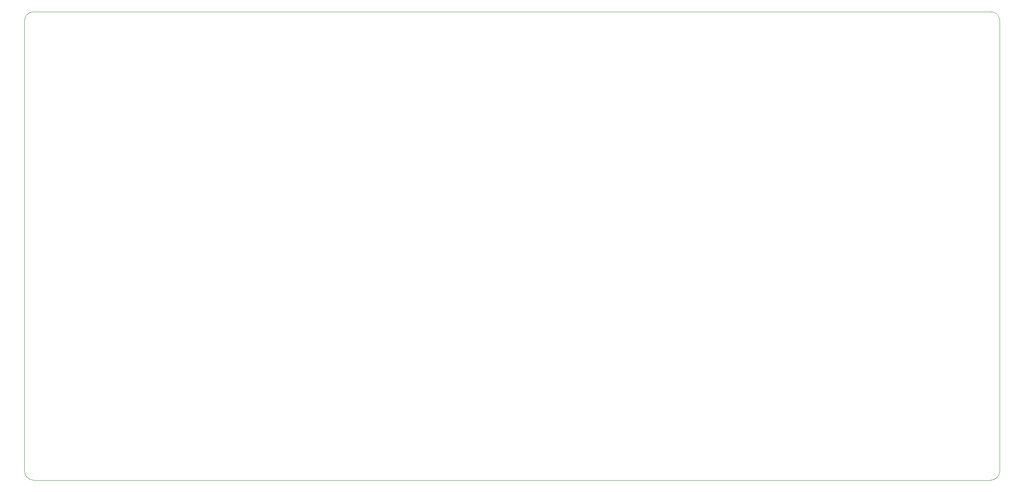
<source format=gbr>
G04 #@! TF.GenerationSoftware,KiCad,Pcbnew,(5.1.5)-3*
G04 #@! TF.CreationDate,2020-11-29T18:51:24-08:00*
G04 #@! TF.ProjectId,alu_res_flags,616c755f-7265-4735-9f66-6c6167732e6b,rev?*
G04 #@! TF.SameCoordinates,Original*
G04 #@! TF.FileFunction,Profile,NP*
%FSLAX46Y46*%
G04 Gerber Fmt 4.6, Leading zero omitted, Abs format (unit mm)*
G04 Created by KiCad (PCBNEW (5.1.5)-3) date 2020-11-29 18:51:24*
%MOMM*%
%LPD*%
G04 APERTURE LIST*
%ADD10C,0.050000*%
G04 APERTURE END LIST*
D10*
X52705000Y-153670000D02*
G75*
G02X50800000Y-151765000I0J1905000D01*
G01*
X50800000Y-57785000D02*
G75*
G02X52705000Y-55880000I1905000J0D01*
G01*
X252095000Y-55880000D02*
G75*
G02X254000000Y-57785000I0J-1905000D01*
G01*
X254000000Y-151765000D02*
G75*
G02X252095000Y-153670000I-1905000J0D01*
G01*
X254000000Y-57785000D02*
X254000000Y-151765000D01*
X52705000Y-55880000D02*
X252095000Y-55880000D01*
X50800000Y-151765000D02*
X50800000Y-57785000D01*
X252095000Y-153670000D02*
X52705000Y-153670000D01*
M02*

</source>
